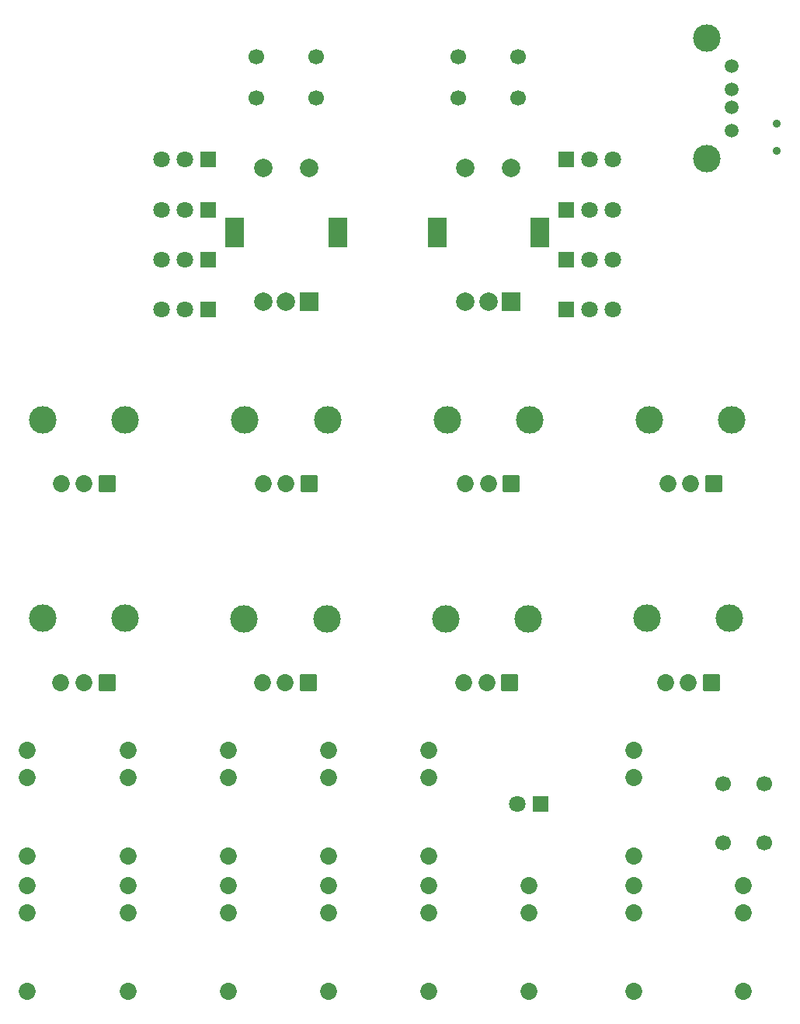
<source format=gbr>
%TF.GenerationSoftware,KiCad,Pcbnew,6.0.7-1.fc36*%
%TF.CreationDate,2022-09-03T22:34:53+00:00*%
%TF.ProjectId,fjol-top,666a6f6c-2d74-46f7-902e-6b696361645f,rev?*%
%TF.SameCoordinates,Original*%
%TF.FileFunction,Soldermask,Bot*%
%TF.FilePolarity,Negative*%
%FSLAX46Y46*%
G04 Gerber Fmt 4.6, Leading zero omitted, Abs format (unit mm)*
G04 Created by KiCad (PCBNEW 6.0.7-1.fc36) date 2022-09-03 22:34:53*
%MOMM*%
%LPD*%
G01*
G04 APERTURE LIST*
G04 Aperture macros list*
%AMRoundRect*
0 Rectangle with rounded corners*
0 $1 Rounding radius*
0 $2 $3 $4 $5 $6 $7 $8 $9 X,Y pos of 4 corners*
0 Add a 4 corners polygon primitive as box body*
4,1,4,$2,$3,$4,$5,$6,$7,$8,$9,$2,$3,0*
0 Add four circle primitives for the rounded corners*
1,1,$1+$1,$2,$3*
1,1,$1+$1,$4,$5*
1,1,$1+$1,$6,$7*
1,1,$1+$1,$8,$9*
0 Add four rect primitives between the rounded corners*
20,1,$1+$1,$2,$3,$4,$5,0*
20,1,$1+$1,$4,$5,$6,$7,0*
20,1,$1+$1,$6,$7,$8,$9,0*
20,1,$1+$1,$8,$9,$2,$3,0*%
G04 Aperture macros list end*
%ADD10C,0.900000*%
%ADD11C,1.853200*%
%ADD12C,1.503200*%
%ADD13C,3.003200*%
%ADD14RoundRect,0.101600X-0.825000X0.825000X-0.825000X-0.825000X0.825000X-0.825000X0.825000X0.825000X0*%
%ADD15C,2.997200*%
%ADD16C,1.700000*%
%ADD17R,2.000000X2.000000*%
%ADD18C,2.000000*%
%ADD19R,2.000000X3.200000*%
%ADD20R,1.800000X1.800000*%
%ADD21C,1.800000*%
G04 APERTURE END LIST*
D10*
%TO.C,SW2*%
X179857838Y-65895780D03*
X179857838Y-62895780D03*
%TD*%
D11*
%TO.C,CV-RAT1*%
X141912082Y-157358929D03*
X141912082Y-148858929D03*
X141912082Y-145858929D03*
%TD*%
%TO.C,CV-REL1*%
X109100602Y-157358929D03*
X109100602Y-148858929D03*
X109100602Y-145858929D03*
%TD*%
%TO.C,CV-PM1*%
X152849242Y-157358929D03*
X152849242Y-148858929D03*
X152849242Y-145858929D03*
%TD*%
%TO.C,CV-RAT2*%
X120037762Y-157358929D03*
X120037762Y-148858929D03*
X120037762Y-145858929D03*
%TD*%
%TO.C,CV-PM2*%
X130974922Y-157358929D03*
X130974922Y-148858929D03*
X130974922Y-145858929D03*
%TD*%
%TO.C,LEFT-OUT1*%
X98163438Y-142626929D03*
X98163438Y-134126929D03*
X98163438Y-131126929D03*
%TD*%
%TO.C,GATE-OUT1*%
X164286402Y-142626929D03*
X164286402Y-134126929D03*
X164286402Y-131126929D03*
%TD*%
%TO.C,RIGHT-OUT1*%
X98163438Y-157346180D03*
X98163438Y-148846180D03*
X98163438Y-145846180D03*
%TD*%
D12*
%TO.C,X1*%
X174922838Y-63652780D03*
X174922838Y-61152780D03*
X174922838Y-59152780D03*
X174922838Y-56652780D03*
D13*
X172212838Y-53582780D03*
X172212838Y-66722780D03*
%TD*%
D11*
%TO.C,CV-CTL2*%
X130974922Y-142626929D03*
X130974922Y-134126929D03*
X130974922Y-131126929D03*
%TD*%
%TO.C,cv-cutoff1*%
X141912082Y-142626929D03*
X141912082Y-134126929D03*
X141912082Y-131126929D03*
%TD*%
D14*
%TO.C,ATTACK1*%
X172700338Y-123732280D03*
D11*
X170200338Y-123732280D03*
X167700338Y-123732280D03*
D15*
X174700338Y-116732280D03*
X165700338Y-116732280D03*
%TD*%
D14*
%TO.C,cutoff1*%
X128768338Y-123795780D03*
D11*
X126268338Y-123795780D03*
X123768338Y-123795780D03*
D15*
X130768338Y-116795780D03*
X121768338Y-116795780D03*
%TD*%
D14*
%TO.C,RELEASE1*%
X150734338Y-123795780D03*
D11*
X148234338Y-123795780D03*
X145734338Y-123795780D03*
D15*
X152734338Y-116795780D03*
X143734338Y-116795780D03*
%TD*%
D16*
%TO.C,sw-midi1*%
X178473562Y-141246180D03*
X178473562Y-134746180D03*
X173973562Y-141246180D03*
X173973562Y-134746180D03*
%TD*%
D14*
%TO.C,CTL2*%
X106802338Y-123747280D03*
D11*
X104302338Y-123747280D03*
X101802338Y-123747280D03*
D15*
X108802338Y-116747280D03*
X99802338Y-116747280D03*
%TD*%
D11*
%TO.C,MIDI-IN1*%
X176223562Y-157358929D03*
X176223562Y-148858929D03*
X176223562Y-145858929D03*
%TD*%
%TO.C,MIDI-THRU1*%
X164286402Y-157358929D03*
X164286402Y-148858929D03*
X164286402Y-145858929D03*
%TD*%
D16*
%TO.C,sw-sel2*%
X123103372Y-60096180D03*
X129603372Y-60096180D03*
X123103372Y-55596180D03*
X129603372Y-55596180D03*
%TD*%
D17*
%TO.C,SW3*%
X150895905Y-82246180D03*
D18*
X145895905Y-82246180D03*
X148395905Y-82246180D03*
D19*
X153995905Y-74746180D03*
X142795905Y-74746180D03*
D18*
X145895905Y-67746180D03*
X150895905Y-67746180D03*
%TD*%
D17*
%TO.C,SW4*%
X128853372Y-82246180D03*
D18*
X123853372Y-82246180D03*
X126353372Y-82246180D03*
D19*
X120753372Y-74746180D03*
X131953372Y-74746180D03*
D18*
X123853372Y-67746180D03*
X128853372Y-67746180D03*
%TD*%
D11*
%TO.C,CV-CTL3*%
X120037762Y-142626929D03*
X120037762Y-134126929D03*
X120037762Y-131126929D03*
%TD*%
%TO.C,CV-CTL4*%
X109100602Y-142626929D03*
X109100602Y-134126929D03*
X109100602Y-131126929D03*
%TD*%
D20*
%TO.C,D5*%
X156867172Y-66821180D03*
D21*
X159407172Y-66821180D03*
X161947172Y-66821180D03*
%TD*%
D20*
%TO.C,D6*%
X156867172Y-72271180D03*
D21*
X159407172Y-72271180D03*
X161947172Y-72271180D03*
%TD*%
D20*
%TO.C,D7*%
X156867172Y-77721180D03*
D21*
X159407172Y-77721180D03*
X161947172Y-77721180D03*
%TD*%
D20*
%TO.C,D8*%
X156867172Y-83171180D03*
D21*
X159407172Y-83171180D03*
X161947172Y-83171180D03*
%TD*%
D20*
%TO.C,D9*%
X117882105Y-66821180D03*
D21*
X115342105Y-66821180D03*
X112802105Y-66821180D03*
%TD*%
D20*
%TO.C,D10*%
X117882105Y-72271180D03*
D21*
X115342105Y-72271180D03*
X112802105Y-72271180D03*
%TD*%
D20*
%TO.C,D11*%
X117882105Y-77721180D03*
D21*
X115342105Y-77721180D03*
X112802105Y-77721180D03*
%TD*%
D20*
%TO.C,D12*%
X117882105Y-83171180D03*
D21*
X115342105Y-83171180D03*
X112802105Y-83171180D03*
%TD*%
D16*
%TO.C,sw-sel1*%
X145145905Y-60096180D03*
X151645905Y-60096180D03*
X145145905Y-55596180D03*
X151645905Y-55596180D03*
%TD*%
D14*
%TO.C,PM2*%
X128853373Y-102133480D03*
D11*
X126353373Y-102133480D03*
X123853373Y-102133480D03*
D15*
X130853373Y-95133480D03*
X121853373Y-95133480D03*
%TD*%
D14*
%TO.C,RATIO1*%
X150895905Y-102133480D03*
D11*
X148395905Y-102133480D03*
X145895905Y-102133480D03*
D15*
X152895905Y-95133480D03*
X143895905Y-95133480D03*
%TD*%
D14*
%TO.C,RATIO2*%
X106810838Y-102133480D03*
D11*
X104310838Y-102133480D03*
X101810838Y-102133480D03*
D15*
X108810838Y-95133480D03*
X99810838Y-95133480D03*
%TD*%
D14*
%TO.C,PM1*%
X172938438Y-102133480D03*
D11*
X170438438Y-102133480D03*
X167938438Y-102133480D03*
D15*
X174938438Y-95133480D03*
X165938438Y-95133480D03*
%TD*%
D20*
%TO.C,D4*%
X154124242Y-136996179D03*
D21*
X151584242Y-136996179D03*
%TD*%
M02*

</source>
